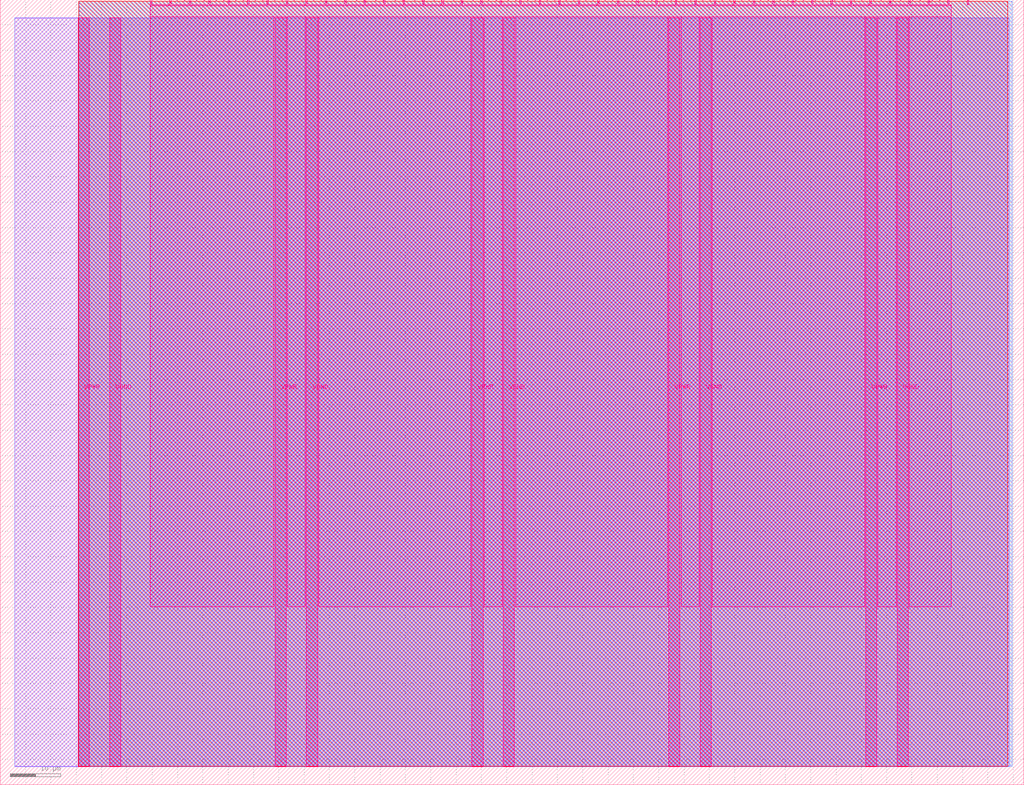
<source format=lef>
VERSION 5.7 ;
  NOWIREEXTENSIONATPIN ON ;
  DIVIDERCHAR "/" ;
  BUSBITCHARS "[]" ;
MACRO tt_um_betz_morse_keyer
  CLASS BLOCK ;
  FOREIGN tt_um_betz_morse_keyer ;
  ORIGIN 0.000 0.000 ;
  SIZE 202.080 BY 154.980 ;
  PIN VGND
    DIRECTION INOUT ;
    USE GROUND ;
    PORT
      LAYER Metal5 ;
        RECT 21.580 3.560 23.780 151.420 ;
    END
    PORT
      LAYER Metal5 ;
        RECT 60.450 3.560 62.650 151.420 ;
    END
    PORT
      LAYER Metal5 ;
        RECT 99.320 3.560 101.520 151.420 ;
    END
    PORT
      LAYER Metal5 ;
        RECT 138.190 3.560 140.390 151.420 ;
    END
    PORT
      LAYER Metal5 ;
        RECT 177.060 3.560 179.260 151.420 ;
    END
  END VGND
  PIN VPWR
    DIRECTION INOUT ;
    USE POWER ;
    PORT
      LAYER Metal5 ;
        RECT 15.380 3.560 17.580 151.420 ;
    END
    PORT
      LAYER Metal5 ;
        RECT 54.250 3.560 56.450 151.420 ;
    END
    PORT
      LAYER Metal5 ;
        RECT 93.120 3.560 95.320 151.420 ;
    END
    PORT
      LAYER Metal5 ;
        RECT 131.990 3.560 134.190 151.420 ;
    END
    PORT
      LAYER Metal5 ;
        RECT 170.860 3.560 173.060 151.420 ;
    END
  END VPWR
  PIN clk
    DIRECTION INPUT ;
    USE SIGNAL ;
    ANTENNAGATEAREA 0.213200 ;
    PORT
      LAYER Metal5 ;
        RECT 187.050 153.980 187.350 154.980 ;
    END
  END clk
  PIN ena
    DIRECTION INPUT ;
    USE SIGNAL ;
    PORT
      LAYER Metal5 ;
        RECT 190.890 153.980 191.190 154.980 ;
    END
  END ena
  PIN rst_n
    DIRECTION INPUT ;
    USE SIGNAL ;
    ANTENNAGATEAREA 0.741000 ;
    PORT
      LAYER Metal5 ;
        RECT 183.210 153.980 183.510 154.980 ;
    END
  END rst_n
  PIN ui_in[0]
    DIRECTION INPUT ;
    USE SIGNAL ;
    ANTENNAGATEAREA 0.180700 ;
    PORT
      LAYER Metal5 ;
        RECT 179.370 153.980 179.670 154.980 ;
    END
  END ui_in[0]
  PIN ui_in[1]
    DIRECTION INPUT ;
    USE SIGNAL ;
    ANTENNAGATEAREA 0.213200 ;
    PORT
      LAYER Metal5 ;
        RECT 175.530 153.980 175.830 154.980 ;
    END
  END ui_in[1]
  PIN ui_in[2]
    DIRECTION INPUT ;
    USE SIGNAL ;
    PORT
      LAYER Metal5 ;
        RECT 171.690 153.980 171.990 154.980 ;
    END
  END ui_in[2]
  PIN ui_in[3]
    DIRECTION INPUT ;
    USE SIGNAL ;
    PORT
      LAYER Metal5 ;
        RECT 167.850 153.980 168.150 154.980 ;
    END
  END ui_in[3]
  PIN ui_in[4]
    DIRECTION INPUT ;
    USE SIGNAL ;
    ANTENNAGATEAREA 0.180700 ;
    PORT
      LAYER Metal5 ;
        RECT 164.010 153.980 164.310 154.980 ;
    END
  END ui_in[4]
  PIN ui_in[5]
    DIRECTION INPUT ;
    USE SIGNAL ;
    ANTENNAGATEAREA 0.180700 ;
    PORT
      LAYER Metal5 ;
        RECT 160.170 153.980 160.470 154.980 ;
    END
  END ui_in[5]
  PIN ui_in[6]
    DIRECTION INPUT ;
    USE SIGNAL ;
    ANTENNAGATEAREA 0.180700 ;
    PORT
      LAYER Metal5 ;
        RECT 156.330 153.980 156.630 154.980 ;
    END
  END ui_in[6]
  PIN ui_in[7]
    DIRECTION INPUT ;
    USE SIGNAL ;
    ANTENNAGATEAREA 0.180700 ;
    PORT
      LAYER Metal5 ;
        RECT 152.490 153.980 152.790 154.980 ;
    END
  END ui_in[7]
  PIN uio_in[0]
    DIRECTION INPUT ;
    USE SIGNAL ;
    ANTENNAGATEAREA 0.180700 ;
    PORT
      LAYER Metal5 ;
        RECT 148.650 153.980 148.950 154.980 ;
    END
  END uio_in[0]
  PIN uio_in[1]
    DIRECTION INPUT ;
    USE SIGNAL ;
    ANTENNAGATEAREA 0.180700 ;
    PORT
      LAYER Metal5 ;
        RECT 144.810 153.980 145.110 154.980 ;
    END
  END uio_in[1]
  PIN uio_in[2]
    DIRECTION INPUT ;
    USE SIGNAL ;
    PORT
      LAYER Metal5 ;
        RECT 140.970 153.980 141.270 154.980 ;
    END
  END uio_in[2]
  PIN uio_in[3]
    DIRECTION INPUT ;
    USE SIGNAL ;
    PORT
      LAYER Metal5 ;
        RECT 137.130 153.980 137.430 154.980 ;
    END
  END uio_in[3]
  PIN uio_in[4]
    DIRECTION INPUT ;
    USE SIGNAL ;
    PORT
      LAYER Metal5 ;
        RECT 133.290 153.980 133.590 154.980 ;
    END
  END uio_in[4]
  PIN uio_in[5]
    DIRECTION INPUT ;
    USE SIGNAL ;
    PORT
      LAYER Metal5 ;
        RECT 129.450 153.980 129.750 154.980 ;
    END
  END uio_in[5]
  PIN uio_in[6]
    DIRECTION INPUT ;
    USE SIGNAL ;
    PORT
      LAYER Metal5 ;
        RECT 125.610 153.980 125.910 154.980 ;
    END
  END uio_in[6]
  PIN uio_in[7]
    DIRECTION INPUT ;
    USE SIGNAL ;
    PORT
      LAYER Metal5 ;
        RECT 121.770 153.980 122.070 154.980 ;
    END
  END uio_in[7]
  PIN uio_oe[0]
    DIRECTION OUTPUT ;
    USE SIGNAL ;
    ANTENNADIFFAREA 0.299200 ;
    PORT
      LAYER Metal5 ;
        RECT 56.490 153.980 56.790 154.980 ;
    END
  END uio_oe[0]
  PIN uio_oe[1]
    DIRECTION OUTPUT ;
    USE SIGNAL ;
    ANTENNADIFFAREA 0.299200 ;
    PORT
      LAYER Metal5 ;
        RECT 52.650 153.980 52.950 154.980 ;
    END
  END uio_oe[1]
  PIN uio_oe[2]
    DIRECTION OUTPUT ;
    USE SIGNAL ;
    ANTENNADIFFAREA 0.392700 ;
    PORT
      LAYER Metal5 ;
        RECT 48.810 153.980 49.110 154.980 ;
    END
  END uio_oe[2]
  PIN uio_oe[3]
    DIRECTION OUTPUT ;
    USE SIGNAL ;
    ANTENNADIFFAREA 0.392700 ;
    PORT
      LAYER Metal5 ;
        RECT 44.970 153.980 45.270 154.980 ;
    END
  END uio_oe[3]
  PIN uio_oe[4]
    DIRECTION OUTPUT ;
    USE SIGNAL ;
    ANTENNADIFFAREA 0.392700 ;
    PORT
      LAYER Metal5 ;
        RECT 41.130 153.980 41.430 154.980 ;
    END
  END uio_oe[4]
  PIN uio_oe[5]
    DIRECTION OUTPUT ;
    USE SIGNAL ;
    ANTENNADIFFAREA 0.392700 ;
    PORT
      LAYER Metal5 ;
        RECT 37.290 153.980 37.590 154.980 ;
    END
  END uio_oe[5]
  PIN uio_oe[6]
    DIRECTION OUTPUT ;
    USE SIGNAL ;
    ANTENNADIFFAREA 0.299200 ;
    PORT
      LAYER Metal5 ;
        RECT 33.450 153.980 33.750 154.980 ;
    END
  END uio_oe[6]
  PIN uio_oe[7]
    DIRECTION OUTPUT ;
    USE SIGNAL ;
    ANTENNADIFFAREA 0.299200 ;
    PORT
      LAYER Metal5 ;
        RECT 29.610 153.980 29.910 154.980 ;
    END
  END uio_oe[7]
  PIN uio_out[0]
    DIRECTION OUTPUT ;
    USE SIGNAL ;
    ANTENNADIFFAREA 0.299200 ;
    PORT
      LAYER Metal5 ;
        RECT 87.210 153.980 87.510 154.980 ;
    END
  END uio_out[0]
  PIN uio_out[1]
    DIRECTION OUTPUT ;
    USE SIGNAL ;
    ANTENNADIFFAREA 0.299200 ;
    PORT
      LAYER Metal5 ;
        RECT 83.370 153.980 83.670 154.980 ;
    END
  END uio_out[1]
  PIN uio_out[2]
    DIRECTION OUTPUT ;
    USE SIGNAL ;
    ANTENNADIFFAREA 0.654800 ;
    PORT
      LAYER Metal5 ;
        RECT 79.530 153.980 79.830 154.980 ;
    END
  END uio_out[2]
  PIN uio_out[3]
    DIRECTION OUTPUT ;
    USE SIGNAL ;
    ANTENNADIFFAREA 0.706800 ;
    PORT
      LAYER Metal5 ;
        RECT 75.690 153.980 75.990 154.980 ;
    END
  END uio_out[3]
  PIN uio_out[4]
    DIRECTION OUTPUT ;
    USE SIGNAL ;
    ANTENNADIFFAREA 0.654800 ;
    PORT
      LAYER Metal5 ;
        RECT 71.850 153.980 72.150 154.980 ;
    END
  END uio_out[4]
  PIN uio_out[5]
    DIRECTION OUTPUT ;
    USE SIGNAL ;
    ANTENNADIFFAREA 0.706800 ;
    PORT
      LAYER Metal5 ;
        RECT 68.010 153.980 68.310 154.980 ;
    END
  END uio_out[5]
  PIN uio_out[6]
    DIRECTION OUTPUT ;
    USE SIGNAL ;
    ANTENNADIFFAREA 0.299200 ;
    PORT
      LAYER Metal5 ;
        RECT 64.170 153.980 64.470 154.980 ;
    END
  END uio_out[6]
  PIN uio_out[7]
    DIRECTION OUTPUT ;
    USE SIGNAL ;
    ANTENNADIFFAREA 0.299200 ;
    PORT
      LAYER Metal5 ;
        RECT 60.330 153.980 60.630 154.980 ;
    END
  END uio_out[7]
  PIN uo_out[0]
    DIRECTION OUTPUT ;
    USE SIGNAL ;
    ANTENNAGATEAREA 0.109200 ;
    ANTENNADIFFAREA 0.632400 ;
    PORT
      LAYER Metal5 ;
        RECT 117.930 153.980 118.230 154.980 ;
    END
  END uo_out[0]
  PIN uo_out[1]
    DIRECTION OUTPUT ;
    USE SIGNAL ;
    ANTENNAGATEAREA 0.109200 ;
    ANTENNADIFFAREA 0.632400 ;
    PORT
      LAYER Metal5 ;
        RECT 114.090 153.980 114.390 154.980 ;
    END
  END uo_out[1]
  PIN uo_out[2]
    DIRECTION OUTPUT ;
    USE SIGNAL ;
    ANTENNAGATEAREA 0.109200 ;
    ANTENNADIFFAREA 0.632400 ;
    PORT
      LAYER Metal5 ;
        RECT 110.250 153.980 110.550 154.980 ;
    END
  END uo_out[2]
  PIN uo_out[3]
    DIRECTION OUTPUT ;
    USE SIGNAL ;
    ANTENNAGATEAREA 0.109200 ;
    ANTENNADIFFAREA 0.632400 ;
    PORT
      LAYER Metal5 ;
        RECT 106.410 153.980 106.710 154.980 ;
    END
  END uo_out[3]
  PIN uo_out[4]
    DIRECTION OUTPUT ;
    USE SIGNAL ;
    ANTENNAGATEAREA 0.109200 ;
    ANTENNADIFFAREA 0.632400 ;
    PORT
      LAYER Metal5 ;
        RECT 102.570 153.980 102.870 154.980 ;
    END
  END uo_out[4]
  PIN uo_out[5]
    DIRECTION OUTPUT ;
    USE SIGNAL ;
    ANTENNAGATEAREA 0.109200 ;
    ANTENNADIFFAREA 0.632400 ;
    PORT
      LAYER Metal5 ;
        RECT 98.730 153.980 99.030 154.980 ;
    END
  END uo_out[5]
  PIN uo_out[6]
    DIRECTION OUTPUT ;
    USE SIGNAL ;
    ANTENNAGATEAREA 0.109200 ;
    ANTENNADIFFAREA 0.632400 ;
    PORT
      LAYER Metal5 ;
        RECT 94.890 153.980 95.190 154.980 ;
    END
  END uo_out[6]
  PIN uo_out[7]
    DIRECTION OUTPUT ;
    USE SIGNAL ;
    ANTENNAGATEAREA 0.109200 ;
    ANTENNADIFFAREA 0.632400 ;
    PORT
      LAYER Metal5 ;
        RECT 91.050 153.980 91.350 154.980 ;
    END
  END uo_out[7]
  OBS
      LAYER GatPoly ;
        RECT 2.880 3.630 199.200 151.350 ;
      LAYER Metal1 ;
        RECT 2.880 3.560 199.200 151.420 ;
      LAYER Metal2 ;
        RECT 15.515 3.680 199.825 154.660 ;
      LAYER Metal3 ;
        RECT 15.560 3.635 199.780 154.705 ;
      LAYER Metal4 ;
        RECT 15.515 3.680 198.865 154.660 ;
      LAYER Metal5 ;
        RECT 30.120 153.770 33.240 153.980 ;
        RECT 33.960 153.770 37.080 153.980 ;
        RECT 37.800 153.770 40.920 153.980 ;
        RECT 41.640 153.770 44.760 153.980 ;
        RECT 45.480 153.770 48.600 153.980 ;
        RECT 49.320 153.770 52.440 153.980 ;
        RECT 53.160 153.770 56.280 153.980 ;
        RECT 57.000 153.770 60.120 153.980 ;
        RECT 60.840 153.770 63.960 153.980 ;
        RECT 64.680 153.770 67.800 153.980 ;
        RECT 68.520 153.770 71.640 153.980 ;
        RECT 72.360 153.770 75.480 153.980 ;
        RECT 76.200 153.770 79.320 153.980 ;
        RECT 80.040 153.770 83.160 153.980 ;
        RECT 83.880 153.770 87.000 153.980 ;
        RECT 87.720 153.770 90.840 153.980 ;
        RECT 91.560 153.770 94.680 153.980 ;
        RECT 95.400 153.770 98.520 153.980 ;
        RECT 99.240 153.770 102.360 153.980 ;
        RECT 103.080 153.770 106.200 153.980 ;
        RECT 106.920 153.770 110.040 153.980 ;
        RECT 110.760 153.770 113.880 153.980 ;
        RECT 114.600 153.770 117.720 153.980 ;
        RECT 118.440 153.770 121.560 153.980 ;
        RECT 122.280 153.770 125.400 153.980 ;
        RECT 126.120 153.770 129.240 153.980 ;
        RECT 129.960 153.770 133.080 153.980 ;
        RECT 133.800 153.770 136.920 153.980 ;
        RECT 137.640 153.770 140.760 153.980 ;
        RECT 141.480 153.770 144.600 153.980 ;
        RECT 145.320 153.770 148.440 153.980 ;
        RECT 149.160 153.770 152.280 153.980 ;
        RECT 153.000 153.770 156.120 153.980 ;
        RECT 156.840 153.770 159.960 153.980 ;
        RECT 160.680 153.770 163.800 153.980 ;
        RECT 164.520 153.770 167.640 153.980 ;
        RECT 168.360 153.770 171.480 153.980 ;
        RECT 172.200 153.770 175.320 153.980 ;
        RECT 176.040 153.770 179.160 153.980 ;
        RECT 179.880 153.770 183.000 153.980 ;
        RECT 183.720 153.770 186.840 153.980 ;
        RECT 187.560 153.770 187.780 153.980 ;
        RECT 29.660 151.630 187.780 153.770 ;
        RECT 29.660 35.135 54.040 151.630 ;
        RECT 56.660 35.135 60.240 151.630 ;
        RECT 62.860 35.135 92.910 151.630 ;
        RECT 95.530 35.135 99.110 151.630 ;
        RECT 101.730 35.135 131.780 151.630 ;
        RECT 134.400 35.135 137.980 151.630 ;
        RECT 140.600 35.135 170.650 151.630 ;
        RECT 173.270 35.135 176.850 151.630 ;
        RECT 179.470 35.135 187.780 151.630 ;
  END
END tt_um_betz_morse_keyer
END LIBRARY


</source>
